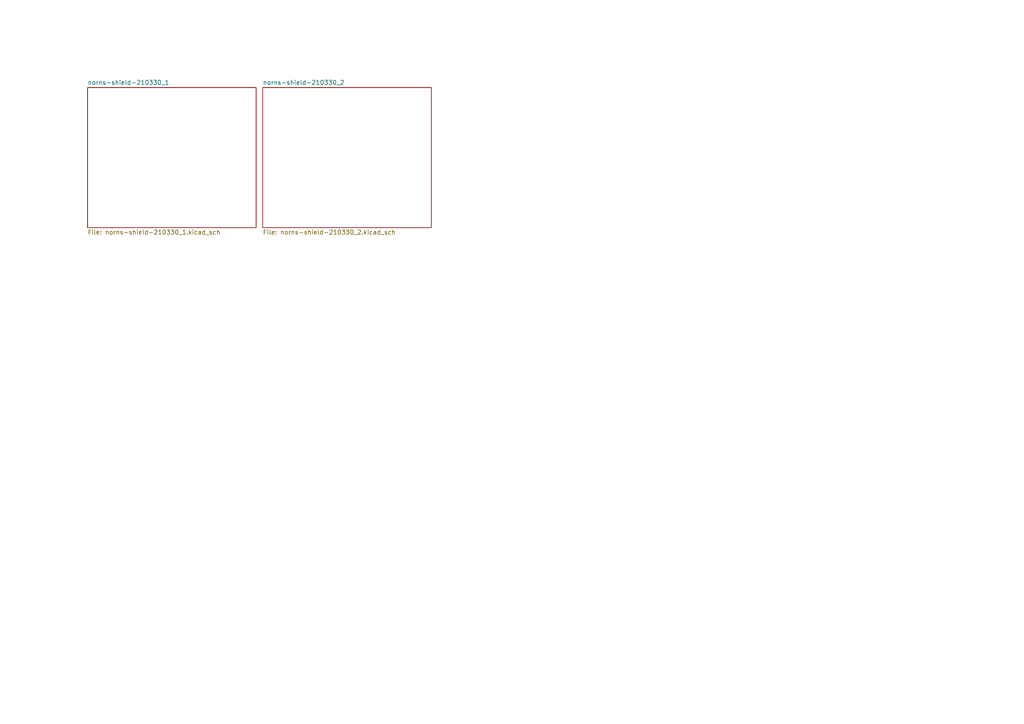
<source format=kicad_sch>
(kicad_sch
	(version 20231120)
	(generator "eeschema")
	(generator_version "8.0")
	(uuid "b86e8947-58dc-49c6-bb5d-ce6d33c2e465")
	(paper "A4")
	(lib_symbols)
	(sheet
		(at 76.2 25.4)
		(size 48.895 40.64)
		(fields_autoplaced yes)
		(stroke
			(width 0)
			(type solid)
		)
		(fill
			(color 0 0 0 0.0000)
		)
		(uuid "53fda09e-7af9-4285-ac8e-05ed312a27ba")
		(property "Sheetname" "norns-shield-210330_2"
			(at 76.2 24.6884 0)
			(effects
				(font
					(size 1.27 1.27)
				)
				(justify left bottom)
			)
		)
		(property "Sheetfile" "norns-shield-210330_2.kicad_sch"
			(at 76.2 66.6246 0)
			(effects
				(font
					(size 1.27 1.27)
				)
				(justify left top)
			)
		)
		(instances
			(project "ShieldXL-M"
				(path "/b86e8947-58dc-49c6-bb5d-ce6d33c2e465"
					(page "2")
				)
			)
		)
	)
	(sheet
		(at 25.4 25.4)
		(size 48.895 40.64)
		(fields_autoplaced yes)
		(stroke
			(width 0)
			(type solid)
		)
		(fill
			(color 0 0 0 0.0000)
		)
		(uuid "d872c92c-5229-43e6-807a-8bd0f3dfa8f7")
		(property "Sheetname" "norns-shield-210330_1"
			(at 25.4 24.6884 0)
			(effects
				(font
					(size 1.27 1.27)
				)
				(justify left bottom)
			)
		)
		(property "Sheetfile" "norns-shield-210330_1.kicad_sch"
			(at 25.4 66.6246 0)
			(effects
				(font
					(size 1.27 1.27)
				)
				(justify left top)
			)
		)
		(instances
			(project "ShieldXL-M"
				(path "/b86e8947-58dc-49c6-bb5d-ce6d33c2e465"
					(page "1")
				)
			)
		)
	)
	(sheet_instances
		(path "/"
			(page "1")
		)
	)
)

</source>
